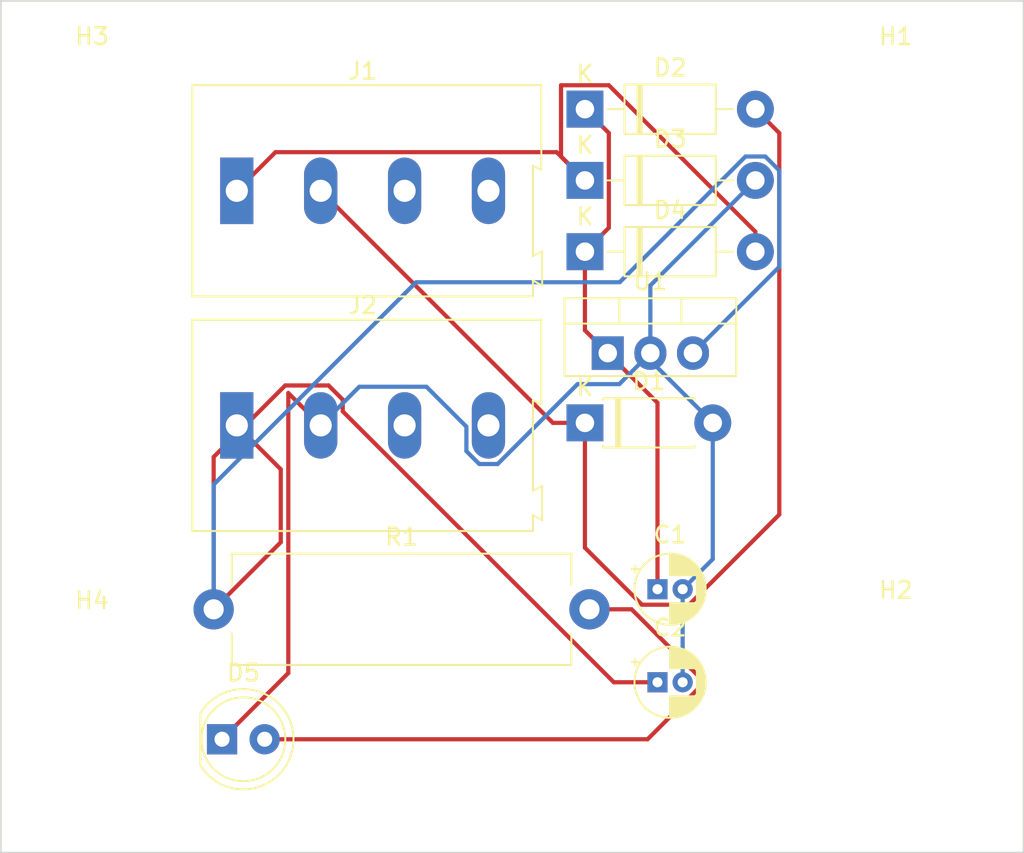
<source format=kicad_pcb>
(kicad_pcb (version 20221018) (generator pcbnew)
  (layers (0 "F.Cu" signal) (31 "B.Cu" signal) (34 "B.Paste" user) (35 "F.Paste" user) (36 "B.SilkS" user "B.Silkscreen") (37 "F.SilkS" user "F.Silkscreen") (38 "B.Mask" user) (39 "F.Mask" user) (44 "Edge.Cuts" user))
  (net 0 "")
  (net 1 "Net-(D2-K)")
  (net 2 "Net-(D1-A)")
  (net 3 "Net-(J2-Pin_1)")
  (net 4 "Net-(D1-K)")
  (net 5 "Net-(D3-K)")
  (net 6 "Net-(D5-A)")
  (footprint "LED_THT:LED_D5.0mm" (layer "F.Cu") (at 114.785199 97.38)
    (fp_text reference "D5" (at 1.27 -3.96) (layer "F.SilkS"))
    (fp_text value "LED")
    (fp_line (start -1.29 -1.545) (end -1.29 1.545) (stroke (width 0.12)) (layer "F.SilkS"))
    (fp_arc (start -1.29 -1.54483) (mid 2.072002 -2.880433) (end 4.26 0.000462) (stroke (width 0.12)) (layer "F.SilkS"))
    (fp_arc (start 4.26 -0.000462) (mid 2.072002 2.880433) (end -1.29 1.54483) (stroke (width 0.12)) (layer "F.SilkS"))
    (fp_circle (center 1.27 0) (end 3.77 0) (stroke (width 0.12)) (fill none) (layer "F.SilkS"))
    (pad "1" thru_hole rect (at 0 0) (size 1.8 1.8) (drill 0.9) (layers "*.Cu" "*.Mask") (net 2 "Net-(D1-A)"))
    (pad "2" thru_hole circle (at 2.54 0) (size 1.8 1.8) (drill 0.9) (layers "*.Cu" "*.Mask") (net 6 "Net-(D5-A)"))
  )
  (footprint "MountingHole:MountingHole_4.5mm" (layer "F.Cu") (at 107.035199 60.96)
    (fp_text reference "H3" (at 0 -5.5) (layer "F.SilkS"))
    (fp_text value "MountingHole")
    (pad "" np_thru_hole circle (at 0 0) (size 4.5 4.5) (drill 4.5) (layers "*.Cu" "*.Mask"))
  )
  (footprint "Diode_THT:D_DO-41_SOD81_P10.16mm_Horizontal" (layer "F.Cu") (at 136.415199 64.05)
    (fp_text reference "D3" (at 5.08 -2.47) (layer "F.SilkS"))
    (fp_text value "1N4007")
    (fp_text user "K" (at 0 -2.1) (layer "F.SilkS"))
    (fp_line (start 1.34 0) (end 2.36 0) (stroke (width 0.12)) (layer "F.SilkS"))
    (fp_line (start 2.36 -1.47) (end 2.36 1.47) (stroke (width 0.12)) (layer "F.SilkS"))
    (fp_line (start 2.36 1.47) (end 7.8 1.47) (stroke (width 0.12)) (layer "F.SilkS"))
    (fp_line (start 3.14 -1.47) (end 3.14 1.47) (stroke (width 0.12)) (layer "F.SilkS"))
    (fp_line (start 3.26 -1.47) (end 3.26 1.47) (stroke (width 0.12)) (layer "F.SilkS"))
    (fp_line (start 3.38 -1.47) (end 3.38 1.47) (stroke (width 0.12)) (layer "F.SilkS"))
    (fp_line (start 7.8 -1.47) (end 2.36 -1.47) (stroke (width 0.12)) (layer "F.SilkS"))
    (fp_line (start 7.8 1.47) (end 7.8 -1.47) (stroke (width 0.12)) (layer "F.SilkS"))
    (fp_line (start 8.82 0) (end 7.8 0) (stroke (width 0.12)) (layer "F.SilkS"))
    (pad "1" thru_hole rect (at 0 0) (size 2.2 2.2) (drill 1.1) (layers "*.Cu" "*.Mask") (net 5 "Net-(D3-K)"))
    (pad "2" thru_hole oval (at 10.16 0) (size 2.2 2.2) (drill 1.1) (layers "*.Cu" "*.Mask") (net 2 "Net-(D1-A)"))
  )
  (footprint "Capacitor_THT:CP_Radial_D4.0mm_P1.50mm" (layer "F.Cu") (at 140.74 88.43)
    (fp_text reference "C1" (at 0.75 -3.25) (layer "F.SilkS"))
    (fp_text value "470uF 25v")
    (fp_line (start -1.519801 -1.195) (end -1.119801 -1.195) (stroke (width 0.12)) (layer "F.SilkS"))
    (fp_line (start -1.319801 -1.395) (end -1.319801 -0.995) (stroke (width 0.12)) (layer "F.SilkS"))
    (fp_line (start 0.75 -2.08) (end 0.75 -0.84) (stroke (width 0.12)) (layer "F.SilkS"))
    (fp_line (start 0.75 0.84) (end 0.75 2.08) (stroke (width 0.12)) (layer "F.SilkS"))
    (fp_line (start 0.79 -2.08) (end 0.79 -0.84) (stroke (width 0.12)) (layer "F.SilkS"))
    (fp_line (start 0.79 0.84) (end 0.79 2.08) (stroke (width 0.12)) (layer "F.SilkS"))
    (fp_line (start 0.83 -2.079) (end 0.83 -0.84) (stroke (width 0.12)) (layer "F.SilkS"))
    (fp_line (start 0.83 0.84) (end 0.83 2.079) (stroke (width 0.12)) (layer "F.SilkS"))
    (fp_line (start 0.87 -2.077) (end 0.87 -0.84) (stroke (width 0.12)) (layer "F.SilkS"))
    (fp_line (start 0.87 0.84) (end 0.87 2.077) (stroke (width 0.12)) (layer "F.SilkS"))
    (fp_line (start 0.91 -2.074) (end 0.91 -0.84) (stroke (width 0.12)) (layer "F.SilkS"))
    (fp_line (start 0.91 0.84) (end 0.91 2.074) (stroke (width 0.12)) (layer "F.SilkS"))
    (fp_line (start 0.95 -2.071) (end 0.95 -0.84) (stroke (width 0.12)) (layer "F.SilkS"))
    (fp_line (start 0.95 0.84) (end 0.95 2.071) (stroke (width 0.12)) (layer "F.SilkS"))
    (fp_line (start 0.99 -2.067) (end 0.99 -0.84) (stroke (width 0.12)) (layer "F.SilkS"))
    (fp_line (start 0.99 0.84) (end 0.99 2.067) (stroke (width 0.12)) (layer "F.SilkS"))
    (fp_line (start 1.03 -2.062) (end 1.03 -0.84) (stroke (width 0.12)) (layer "F.SilkS"))
    (fp_line (start 1.03 0.84) (end 1.03 2.062) (stroke (width 0.12)) (layer "F.SilkS"))
    (fp_line (start 1.07 -2.056) (end 1.07 -0.84) (stroke (width 0.12)) (layer "F.SilkS"))
    (fp_line (start 1.07 0.84) (end 1.07 2.056) (stroke (width 0.12)) (layer "F.SilkS"))
    (fp_line (start 1.11 -2.05) (end 1.11 -0.84) (stroke (width 0.12)) (layer "F.SilkS"))
    (fp_line (start 1.11 0.84) (end 1.11 2.05) (stroke (width 0.12)) (layer "F.SilkS"))
    (fp_line (start 1.15 -2.042) (end 1.15 -0.84) (stroke (width 0.12)) (layer "F.SilkS"))
    (fp_line (start 1.15 0.84) (end 1.15 2.042) (stroke (width 0.12)) (layer "F.SilkS"))
    (fp_line (start 1.19 -2.034) (end 1.19 -0.84) (stroke (width 0.12)) (layer "F.SilkS"))
    (fp_line (start 1.19 0.84) (end 1.19 2.034) (stroke (width 0.12)) (layer "F.SilkS"))
    (fp_line (start 1.23 -2.025) (end 1.23 -0.84) (stroke (width 0.12)) (layer "F.SilkS"))
    (fp_line (start 1.23 0.84) (end 1.23 2.025) (stroke (width 0.12)) (layer "F.SilkS"))
    (fp_line (start 1.27 -2.016) (end 1.27 -0.84) (stroke (width 0.12)) (layer "F.SilkS"))
    (fp_line (start 1.27 0.84) (end 1.27 2.016) (stroke (width 0.12)) (layer "F.SilkS"))
    (fp_line (start 1.31 -2.005) (end 1.31 -0.84) (stroke (width 0.12)) (layer "F.SilkS"))
    (fp_line (start 1.31 0.84) (end 1.31 2.005) (stroke (width 0.12)) (layer "F.SilkS"))
    (fp_line (start 1.35 -1.994) (end 1.35 -0.84) (stroke (width 0.12)) (layer "F.SilkS"))
    (fp_line (start 1.35 0.84) (end 1.35 1.994) (stroke (width 0.12)) (layer "F.SilkS"))
    (fp_line (start 1.39 -1.982) (end 1.39 -0.84) (stroke (width 0.12)) (layer "F.SilkS"))
    (fp_line (start 1.39 0.84) (end 1.39 1.982) (stroke (width 0.12)) (layer "F.SilkS"))
    (fp_line (start 1.43 -1.968) (end 1.43 -0.84) (stroke (width 0.12)) (layer "F.SilkS"))
    (fp_line (start 1.43 0.84) (end 1.43 1.968) (stroke (width 0.12)) (layer "F.SilkS"))
    (fp_line (start 1.471 -1.954) (end 1.471 -0.84) (stroke (width 0.12)) (layer "F.SilkS"))
    (fp_line (start 1.471 0.84) (end 1.471 1.954) (stroke (width 0.12)) (layer "F.SilkS"))
    (fp_line (start 1.511 -1.94) (end 1.511 -0.84) (stroke (width 0.12)) (layer "F.SilkS"))
    (fp_line (start 1.511 0.84) (end 1.511 1.94) (stroke (width 0.12)) (layer "F.SilkS"))
    (fp_line (start 1.551 -1.924) (end 1.551 -0.84) (stroke (width 0.12)) (layer "F.SilkS"))
    (fp_line (start 1.551 0.84) (end 1.551 1.924) (stroke (width 0.12)) (layer "F.SilkS"))
    (fp_line (start 1.591 -1.907) (end 1.591 -0.84) (stroke (width 0.12)) (layer "F.SilkS"))
    (fp_line (start 1.591 0.84) (end 1.591 1.907) (stroke (width 0.12)) (layer "F.SilkS"))
    (fp_line (start 1.631 -1.889) (end 1.631 -0.84) (stroke (width 0.12)) (layer "F.SilkS"))
    (fp_line (start 1.631 0.84) (end 1.631 1.889) (stroke (width 0.12)) (layer "F.SilkS"))
    (fp_line (start 1.671 -1.87) (end 1.671 -0.84) (stroke (width 0.12)) (layer "F.SilkS"))
    (fp_line (start 1.671 0.84) (end 1.671 1.87) (stroke (width 0.12)) (layer "F.SilkS"))
    (fp_line (start 1.711 -1.851) (end 1.711 -0.84) (stroke (width 0.12)) (layer "F.SilkS"))
    (fp_line (start 1.711 0.84) (end 1.711 1.851) (stroke (width 0.12)) (layer "F.SilkS"))
    (fp_line (start 1.751 -1.83) (end 1.751 -0.84) (stroke (width 0.12)) (layer "F.SilkS"))
    (fp_line (start 1.751 0.84) (end 1.751 1.83) (stroke (width 0.12)) (layer "F.SilkS"))
    (fp_line (start 1.791 -1.808) (end 1.791 -0.84) (stroke (width 0.12)) (layer "F.SilkS"))
    (fp_line (start 1.791 0.84) (end 1.791 1.808) (stroke (width 0.12)) (layer "F.SilkS"))
    (fp_line (start 1.831 -1.785) (end 1.831 -0.84) (stroke (width 0.12)) (layer "F.SilkS"))
    (fp_line (start 1.831 0.84) (end 1.831 1.785) (stroke (width 0.12)) (layer "F.SilkS"))
    (fp_line (start 1.871 -1.76) (end 1.871 -0.84) (stroke (width 0.12)) (layer "F.SilkS"))
    (fp_line (start 1.871 0.84) (end 1.871 1.76) (stroke (width 0.12)) (layer "F.SilkS"))
    (fp_line (start 1.911 -1.735) (end 1.911 -0.84) (stroke (width 0.12)) (layer "F.SilkS"))
    (fp_line (start 1.911 0.84) (end 1.911 1.735) (stroke (width 0.12)) (layer "F.SilkS"))
    (fp_line (start 1.951 -1.708) (end 1.951 -0.84) (stroke (width 0.12)) (layer "F.SilkS"))
    (fp_line (start 1.951 0.84) (end 1.951 1.708) (stroke (width 0.12)) (layer "F.SilkS"))
    (fp_line (start 1.991 -1.68) (end 1.991 -0.84) (stroke (width 0.12)) (layer "F.SilkS"))
    (fp_line (start 1.991 0.84) (end 1.991 1.68) (stroke (width 0.12)) (layer "F.SilkS"))
    (fp_line (start 2.031 -1.65) (end 2.031 -0.84) (stroke (width 0.12)) (layer "F.SilkS"))
    (fp_line (start 2.031 0.84) (end 2.031 1.65) (stroke (width 0.12)) (layer "F.SilkS"))
    (fp_line (start 2.071 -1.619) (end 2.071 -0.84) (stroke (width 0.12)) (layer "F.SilkS"))
    (fp_line (start 2.071 0.84) (end 2.071 1.619) (stroke (width 0.12)) (layer "F.SilkS"))
    (fp_line (start 2.111 -1.587) (end 2.111 -0.84) (stroke (width 0.12)) (layer "F.SilkS"))
    (fp_line (start 2.111 0.84) (end 2.111 1.587) (stroke (width 0.12)) (layer "F.SilkS"))
    (fp_line (start 2.151 -1.552) (end 2.151 -0.84) (stroke (width 0.12)) (layer "F.SilkS"))
    (fp_line (start 2.151 0.84) (end 2.151 1.552) (stroke (width 0.12)) (layer "F.SilkS"))
    (fp_line (start 2.191 -1.516) (end 2.191 -0.84) (stroke (width 0.12)) (layer "F.SilkS"))
    (fp_line (start 2.191 0.84) (end 2.191 1.516) (stroke (width 0.12)) (layer "F.SilkS"))
    (fp_line (start 2.231 -1.478) (end 2.231 -0.84) (stroke (width 0.12)) (layer "F.SilkS"))
    (fp_line (start 2.231 0.84) (end 2.231 1.478) (stroke (width 0.12)) (layer "F.SilkS"))
    (fp_line (start 2.271 -1.438) (end 2.271 -0.84) (stroke (width 0.12)) (layer "F.SilkS"))
    (fp_line (start 2.271 0.84) (end 2.271 1.438) (stroke (width 0.12)) (layer "F.SilkS"))
    (fp_line (start 2.311 -1.396) (end 2.311 -0.84) (stroke (width 0.12)) (layer "F.SilkS"))
    (fp_line (start 2.311 0.84) (end 2.311 1.396) (stroke (width 0.12)) (layer "F.SilkS"))
    (fp_line (start 2.351 -1.351) (end 2.351 1.351) (stroke (width 0.12)) (layer "F.SilkS"))
    (fp_line (start 2.391 -1.304) (end 2.391 1.304) (stroke (width 0.12)) (layer "F.SilkS"))
    (fp_line (start 2.431 -1.254) (end 2.431 1.254) (stroke (width 0.12)) (layer "F.SilkS"))
    (fp_line (start 2.471 -1.2) (end 2.471 1.2) (stroke (width 0.12)) (layer "F.SilkS"))
    (fp_line (start 2.511 -1.142) (end 2.511 1.142) (stroke (width 0.12)) (layer "F.SilkS"))
    (fp_line (start 2.551 -1.08) (end 2.551 1.08) (stroke (width 0.12)) (layer "F.SilkS"))
    (fp_line (start 2.591 -1.013) (end 2.591 1.013) (stroke (width 0.12)) (layer "F.SilkS"))
    (fp_line (start 2.631 -0.94) (end 2.631 0.94) (stroke (width 0.12)) (layer "F.SilkS"))
    (fp_line (start 2.671 -0.859) (end 2.671 0.859) (stroke (width 0.12)) (layer "F.SilkS"))
    (fp_line (start 2.711 -0.768) (end 2.711 0.768) (stroke (width 0.12)) (layer "F.SilkS"))
    (fp_line (start 2.751 -0.664) (end 2.751 0.664) (stroke (width 0.12)) (layer "F.SilkS"))
    (fp_line (start 2.791 -0.537) (end 2.791 0.537) (stroke (width 0.12)) (layer "F.SilkS"))
    (fp_line (start 2.831 -0.37) (end 2.831 0.37) (stroke (width 0.12)) (layer "F.SilkS"))
    (fp_circle (center 0.75 0) (end 2.87 0) (stroke (width 0.12)) (fill none) (layer "F.SilkS"))
    (pad "1" thru_hole rect (at 0 0) (size 1.2 1.2) (drill 0.6) (layers "*.Cu" "*.Mask") (net 1 "Net-(D2-K)"))
    (pad "2" thru_hole circle (at 1.5 0) (size 1.2 1.2) (drill 0.6) (layers "*.Cu" "*.Mask") (net 2 "Net-(D1-A)"))
  )
  (footprint "Package_TO_SOT_THT:TO-220-3_Vertical" (layer "F.Cu") (at 137.775199 74.35)
    (fp_text reference "U1" (at 2.54 -4.27) (layer "F.SilkS"))
    (fp_text value "LM7805_TO220")
    (fp_line (start -2.58 -3.27) (end -2.58 1.371) (stroke (width 0.12)) (layer "F.SilkS"))
    (fp_line (start -2.58 -3.27) (end 7.66 -3.27) (stroke (width 0.12)) (layer "F.SilkS"))
    (fp_line (start -2.58 -1.76) (end 7.66 -1.76) (stroke (width 0.12)) (layer "F.SilkS"))
    (fp_line (start -2.58 1.371) (end 7.66 1.371) (stroke (width 0.12)) (layer "F.SilkS"))
    (fp_line (start 0.69 -3.27) (end 0.69 -1.76) (stroke (width 0.12)) (layer "F.SilkS"))
    (fp_line (start 4.391 -3.27) (end 4.391 -1.76) (stroke (width 0.12)) (layer "F.SilkS"))
    (fp_line (start 7.66 -3.27) (end 7.66 1.371) (stroke (width 0.12)) (layer "F.SilkS"))
    (pad "1" thru_hole rect (at 0 0) (size 1.905 2) (drill 1.1) (layers "*.Cu" "*.Mask") (net 1 "Net-(D2-K)"))
    (pad "2" thru_hole oval (at 2.54 0) (size 1.905 2) (drill 1.1) (layers "*.Cu" "*.Mask") (net 2 "Net-(D1-A)"))
    (pad "3" thru_hole oval (at 5.08 0) (size 1.905 2) (drill 1.1) (layers "*.Cu" "*.Mask") (net 3 "Net-(J2-Pin_1)"))
  )
  (footprint "MountingHole:MountingHole_4.5mm" (layer "F.Cu") (at 154.94 93.98)
    (fp_text reference "H2" (at 0 -5.5) (layer "F.SilkS"))
    (fp_text value "MountingHole")
    (pad "" np_thru_hole circle (at 0 0) (size 4.5 4.5) (drill 4.5) (layers "*.Cu" "*.Mask"))
  )
  (footprint "Diode_THT:D_DO-41_SOD81_P10.16mm_Horizontal" (layer "F.Cu") (at 136.415199 59.8)
    (fp_text reference "D2" (at 5.08 -2.47) (layer "F.SilkS"))
    (fp_text value "1N4007")
    (fp_text user "K" (at 0 -2.1) (layer "F.SilkS"))
    (fp_line (start 1.34 0) (end 2.36 0) (stroke (width 0.12)) (layer "F.SilkS"))
    (fp_line (start 2.36 -1.47) (end 2.36 1.47) (stroke (width 0.12)) (layer "F.SilkS"))
    (fp_line (start 2.36 1.47) (end 7.8 1.47) (stroke (width 0.12)) (layer "F.SilkS"))
    (fp_line (start 3.14 -1.47) (end 3.14 1.47) (stroke (width 0.12)) (layer "F.SilkS"))
    (fp_line (start 3.26 -1.47) (end 3.26 1.47) (stroke (width 0.12)) (layer "F.SilkS"))
    (fp_line (start 3.38 -1.47) (end 3.38 1.47) (stroke (width 0.12)) (layer "F.SilkS"))
    (fp_line (start 7.8 -1.47) (end 2.36 -1.47) (stroke (width 0.12)) (layer "F.SilkS"))
    (fp_line (start 7.8 1.47) (end 7.8 -1.47) (stroke (width 0.12)) (layer "F.SilkS"))
    (fp_line (start 8.82 0) (end 7.8 0) (stroke (width 0.12)) (layer "F.SilkS"))
    (pad "1" thru_hole rect (at 0 0) (size 2.2 2.2) (drill 1.1) (layers "*.Cu" "*.Mask") (net 1 "Net-(D2-K)"))
    (pad "2" thru_hole oval (at 10.16 0) (size 2.2 2.2) (drill 1.1) (layers "*.Cu" "*.Mask") (net 4 "Net-(D1-K)"))
  )
  (footprint "MountingHole:MountingHole_4.5mm" (layer "F.Cu") (at 154.94 60.96)
    (fp_text reference "H1" (at 0 -5.5) (layer "F.SilkS"))
    (fp_text value "MountingHole")
    (pad "" np_thru_hole circle (at 0 0) (size 4.5 4.5) (drill 4.5) (layers "*.Cu" "*.Mask"))
  )
  (footprint "MountingHole:MountingHole_4.5mm" (layer "F.Cu") (at 107.035199 94.6)
    (fp_text reference "H4" (at 0 -5.5) (layer "F.SilkS"))
    (fp_text value "MountingHole")
    (pad "" np_thru_hole circle (at 0 0) (size 4.5 4.5) (drill 4.5) (layers "*.Cu" "*.Mask"))
  )
  (footprint "Diode_THT:D_DO-41_SOD81_P10.16mm_Horizontal" (layer "F.Cu") (at 136.415199 68.3)
    (fp_text reference "D4" (at 5.08 -2.47) (layer "F.SilkS"))
    (fp_text value "1N4007")
    (fp_text user "K" (at 0 -2.1) (layer "F.SilkS"))
    (fp_line (start 1.34 0) (end 2.36 0) (stroke (width 0.12)) (layer "F.SilkS"))
    (fp_line (start 2.36 -1.47) (end 2.36 1.47) (stroke (width 0.12)) (layer "F.SilkS"))
    (fp_line (start 2.36 1.47) (end 7.8 1.47) (stroke (width 0.12)) (layer "F.SilkS"))
    (fp_line (start 3.14 -1.47) (end 3.14 1.47) (stroke (width 0.12)) (layer "F.SilkS"))
    (fp_line (start 3.26 -1.47) (end 3.26 1.47) (stroke (width 0.12)) (layer "F.SilkS"))
    (fp_line (start 3.38 -1.47) (end 3.38 1.47) (stroke (width 0.12)) (layer "F.SilkS"))
    (fp_line (start 7.8 -1.47) (end 2.36 -1.47) (stroke (width 0.12)) (layer "F.SilkS"))
    (fp_line (start 7.8 1.47) (end 7.8 -1.47) (stroke (width 0.12)) (layer "F.SilkS"))
    (fp_line (start 8.82 0) (end 7.8 0) (stroke (width 0.12)) (layer "F.SilkS"))
    (pad "1" thru_hole rect (at 0 0) (size 2.2 2.2) (drill 1.1) (layers "*.Cu" "*.Mask") (net 1 "Net-(D2-K)"))
    (pad "2" thru_hole oval (at 10.16 0) (size 2.2 2.2) (drill 1.1) (layers "*.Cu" "*.Mask") (net 5 "Net-(D3-K)"))
  )
  (footprint "Capacitor_THT:CP_Radial_D4.0mm_P1.50mm" (layer "F.Cu") (at 140.74 93.98)
    (fp_text reference "C2" (at 0.75 -3.25) (layer "F.SilkS"))
    (fp_text value "100uF")
    (fp_line (start -1.519801 -1.195) (end -1.119801 -1.195) (stroke (width 0.12)) (layer "F.SilkS"))
    (fp_line (start -1.319801 -1.395) (end -1.319801 -0.995) (stroke (width 0.12)) (layer "F.SilkS"))
    (fp_line (start 0.75 -2.08) (end 0.75 -0.84) (stroke (width 0.12)) (layer "F.SilkS"))
    (fp_line (start 0.75 0.84) (end 0.75 2.08) (stroke (width 0.12)) (layer "F.SilkS"))
    (fp_line (start 0.79 -2.08) (end 0.79 -0.84) (stroke (width 0.12)) (layer "F.SilkS"))
    (fp_line (start 0.79 0.84) (end 0.79 2.08) (stroke (width 0.12)) (layer "F.SilkS"))
    (fp_line (start 0.83 -2.079) (end 0.83 -0.84) (stroke (width 0.12)) (layer "F.SilkS"))
    (fp_line (start 0.83 0.84) (end 0.83 2.079) (stroke (width 0.12)) (layer "F.SilkS"))
    (fp_line (start 0.87 -2.077) (end 0.87 -0.84) (stroke (width 0.12)) (layer "F.SilkS"))
    (fp_line (start 0.87 0.84) (end 0.87 2.077) (stroke (width 0.12)) (layer "F.SilkS"))
    (fp_line (start 0.91 -2.074) (end 0.91 -0.84) (stroke (width 0.12)) (layer "F.SilkS"))
    (fp_line (start 0.91 0.84) (end 0.91 2.074) (stroke (width 0.12)) (layer "F.SilkS"))
    (fp_line (start 0.95 -2.071) (end 0.95 -0.84) (stroke (width 0.12)) (layer "F.SilkS"))
    (fp_line (start 0.95 0.84) (end 0.95 2.071) (stroke (width 0.12)) (layer "F.SilkS"))
    (fp_line (start 0.99 -2.067) (end 0.99 -0.84) (stroke (width 0.12)) (layer "F.SilkS"))
    (fp_line (start 0.99 0.84) (end 0.99 2.067) (stroke (width 0.12)) (layer "F.SilkS"))
    (fp_line (start 1.03 -2.062) (end 1.03 -0.84) (stroke (width 0.12)) (layer "F.SilkS"))
    (fp_line (start 1.03 0.84) (end 1.03 2.062) (stroke (width 0.12)) (layer "F.SilkS"))
    (fp_line (start 1.07 -2.056) (end 1.07 -0.84) (stroke (width 0.12)) (layer "F.SilkS"))
    (fp_line (start 1.07 0.84) (end 1.07 2.056) (stroke (width 0.12)) (layer "F.SilkS"))
    (fp_line (start 1.11 -2.05) (end 1.11 -0.84) (stroke (width 0.12)) (layer "F.SilkS"))
    (fp_line (start 1.11 0.84) (end 1.11 2.05) (stroke (width 0.12)) (layer "F.SilkS"))
    (fp_line (start 1.15 -2.042) (end 1.15 -0.84) (stroke (width 0.12)) (layer "F.SilkS"))
    (fp_line (start 1.15 0.84) (end 1.15 2.042) (stroke (width 0.12)) (layer "F.SilkS"))
    (fp_line (start 1.19 -2.034) (end 1.19 -0.84) (stroke (width 0.12)) (layer "F.SilkS"))
    (fp_line (start 1.19 0.84) (end 1.19 2.034) (stroke (width 0.12)) (layer "F.SilkS"))
    (fp_line (start 1.23 -2.025) (end 1.23 -0.84) (stroke (width 0.12)) (layer "F.SilkS"))
    (fp_line (start 1.23 0.84) (end 1.23 2.025) (stroke (width 0.12)) (layer "F.SilkS"))
    (fp_line (start 1.27 -2.016) (end 1.27 -0.84) (stroke (width 0.12)) (layer "F.SilkS"))
    (fp_line (start 1.27 0.84) (end 1.27 2.016) (stroke (width 0.12)) (layer "F.SilkS"))
    (fp_line (start 1.31 -2.005) (end 1.31 -0.84) (stroke (width 0.12)) (layer "F.SilkS"))
    (fp_line (start 1.31 0.84) (end 1.31 2.005) (stroke (width 0.12)) (layer "F.SilkS"))
    (fp_line (start 1.35 -1.994) (end 1.35 -0.84) (stroke (width 0.12)) (layer "F.SilkS"))
    (fp_line (start 1.35 0.84) (end 1.35 1.994) (stroke (width 0.12)) (layer "F.SilkS"))
    (fp_line (start 1.39 -1.982) (end 1.39 -0.84) (stroke (width 0.12)) (layer "F.SilkS"))
    (fp_line (start 1.39 0.84) (end 1.39 1.982) (stroke (width 0.12)) (layer "F.SilkS"))
    (fp_line (start 1.43 -1.968) (end 1.43 -0.84) (stroke (width 0.12)) (layer "F.SilkS"))
    (fp_line (start 1.43 0.84) (end 1.43 1.968) (stroke (width 0.12)) (layer "F.SilkS"))
    (fp_line (start 1.471 -1.954) (end 1.471 -0.84) (stroke (width 0.12)) (layer "F.SilkS"))
    (fp_line (start 1.471 0.84) (end 1.471 1.954) (stroke (width 0.12)) (layer "F.SilkS"))
    (fp_line (start 1.511 -1.94) (end 1.511 -0.84) (stroke (width 0.12)) (layer "F.SilkS"))
    (fp_line (start 1.511 0.84) (end 1.511 1.94) (stroke (width 0.12)) (layer "F.SilkS"))
    (fp_line (start 1.551 -1.924) (end 1.551 -0.84) (stroke (width 0.12)) (layer "F.SilkS"))
    (fp_line (start 1.551 0.84) (end 1.551 1.924) (stroke (width 0.12)) (layer "F.SilkS"))
    (fp_line (start 1.591 -1.907) (end 1.591 -0.84) (stroke (width 0.12)) (layer "F.SilkS"))
    (fp_line (start 1.591 0.84) (end 1.591 1.907) (stroke (width 0.12)) (layer "F.SilkS"))
    (fp_line (start 1.631 -1.889) (end 1.631 -0.84) (stroke (width 0.12)) (layer "F.SilkS"))
    (fp_line (start 1.631 0.84) (end 1.631 1.889) (stroke (width 0.12)) (layer "F.SilkS"))
    (fp_line (start 1.671 -1.87) (end 1.671 -0.84) (stroke (width 0.12)) (layer "F.SilkS"))
    (fp_line (start 1.671 0.84) (end 1.671 1.87) (stroke (width 0.12)) (layer "F.SilkS"))
    (fp_line (start 1.711 -1.851) (end 1.711 -0.84) (stroke (width 0.12)) (layer "F.SilkS"))
    (fp_line (start 1.711 0.84) (end 1.711 1.851) (stroke (width 0.12)) (layer "F.SilkS"))
    (fp_line (start 1.751 -1.83) (end 1.751 -0.84) (stroke (width 0.12)) (layer "F.SilkS"))
    (fp_line (start 1.751 0.84) (end 1.751 1.83) (stroke (width 0.12)) (layer "F.SilkS"))
    (fp_line (start 1.791 -1.808) (end 1.791 -0.84) (stroke (width 0.12)) (layer "F.SilkS"))
    (fp_line (start 1.791 0.84) (end 1.791 1.808) (stroke (width 0.12)) (layer "F.SilkS"))
    (fp_line (start 1.831 -1.785) (end 1.831 -0.84) (stroke (width 0.12)) (layer "F.SilkS"))
    (fp_line (start 1.831 0.84) (end 1.831 1.785) (stroke (width 0.12)) (layer "F.SilkS"))
    (fp_line (start 1.871 -1.76) (end 1.871 -0.84) (stroke (width 0.12)) (layer "F.SilkS"))
    (fp_line (start 1.871 0.84) (end 1.871 1.76) (stroke (width 0.12)) (layer "F.SilkS"))
    (fp_line (start 1.911 -1.735) (end 1.911 -0.84) (stroke (width 0.12)) (layer "F.SilkS"))
    (fp_line (start 1.911 0.84) (end 1.911 1.735) (stroke (width 0.12)) (layer "F.SilkS"))
    (fp_line (start 1.951 -1.708) (end 1.951 -0.84) (stroke (width 0.12)) (layer "F.SilkS"))
    (fp_line (start 1.951 0.84) (end 1.951 1.708) (stroke (width 0.12)) (layer "F.SilkS"))
    (fp_line (start 1.991 -1.68) (end 1.991 -0.84) (stroke (width 0.12)) (layer "F.SilkS"))
    (fp_line (start 1.991 0.84) (end 1.991 1.68) (stroke (width 0.12)) (layer "F.SilkS"))
    (fp_line (start 2.031 -1.65) (end 2.031 -0.84) (stroke (width 0.12)) (layer "F.SilkS"))
    (fp_line (start 2.031 0.84) (end 2.031 1.65) (stroke (width 0.12)) (layer "F.SilkS"))
    (fp_line (start 2.071 -1.619) (end 2.071 -0.84) (stroke (width 0.12)) (layer "F.SilkS"))
    (fp_line (start 2.071 0.84) (end 2.071 1.619) (stroke (width 0.12)) (layer "F.SilkS"))
    (fp_line (start 2.111 -1.587) (end 2.111 -0.84) (stroke (width 0.12)) (layer "F.SilkS"))
    (fp_line (start 2.111 0.84) (end 2.111 1.587) (stroke (width 0.12)) (layer "F.SilkS"))
    (fp_line (start 2.151 -1.552) (end 2.151 -0.84) (stroke (width 0.12)) (layer "F.SilkS"))
    (fp_line (start 2.151 0.84) (end 2.151 1.552) (stroke (width 0.12)) (layer "F.SilkS"))
    (fp_line (start 2.191 -1.516) (end 2.191 -0.84) (stroke (width 0.12)) (layer "F.SilkS"))
    (fp_line (start 2.191 0.84) (end 2.191 1.516) (stroke (width 0.12)) (layer "F.SilkS"))
    (fp_line (start 2.231 -1.478) (end 2.231 -0.84) (stroke (width 0.12)) (layer "F.SilkS"))
    (fp_line (start 2.231 0.84) (end 2.231 1.478) (stroke (width 0.12)) (layer "F.SilkS"))
    (fp_line (start 2.271 -1.438) (end 2.271 -0.84) (stroke (width 0.12)) (layer "F.SilkS"))
    (fp_line (start 2.271 0.84) (end 2.271 1.438) (stroke (width 0.12)) (layer "F.SilkS"))
    (fp_line (start 2.311 -1.396) (end 2.311 -0.84) (stroke (width 0.12)) (layer "F.SilkS"))
    (fp_line (start 2.311 0.84) (end 2.311 1.396) (stroke (width 0.12)) (layer "F.SilkS"))
    (fp_line (start 2.351 -1.351) (end 2.351 1.351) (stroke (width 0.12)) (layer "F.SilkS"))
    (fp_line (start 2.391 -1.304) (end 2.391 1.304) (stroke (width 0.12)) (layer "F.SilkS"))
    (fp_line (start 2.431 -1.254) (end 2.431 1.254) (stroke (width 0.12)) (layer "F.SilkS"))
    (fp_line (start 2.471 -1.2) (end 2.471 1.2) (stroke (width 0.12)) (layer "F.SilkS"))
    (fp_line (start 2.511 -1.142) (end 2.511 1.142) (stroke (width 0.12)) (layer "F.SilkS"))
    (fp_line (start 2.551 -1.08) (end 2.551 1.08) (stroke (width 0.12)) (layer "F.SilkS"))
    (fp_line (start 2.591 -1.013) (end 2.591 1.013) (stroke (width 0.12)) (layer "F.SilkS"))
    (fp_line (start 2.631 -0.94) (end 2.631 0.94) (stroke (width 0.12)) (layer "F.SilkS"))
    (fp_line (start 2.671 -0.859) (end 2.671 0.859) (stroke (width 0.12)) (layer "F.SilkS"))
    (fp_line (start 2.711 -0.768) (end 2.711 0.768) (stroke (width 0.12)) (layer "F.SilkS"))
    (fp_line (start 2.751 -0.664) (end 2.751 0.664) (stroke (width 0.12)) (layer "F.SilkS"))
    (fp_line (start 2.791 -0.537) (end 2.791 0.537) (stroke (width 0.12)) (layer "F.SilkS"))
    (fp_line (start 2.831 -0.37) (end 2.831 0.37) (stroke (width 0.12)) (layer "F.SilkS"))
    (fp_circle (center 0.75 0) (end 2.87 0) (stroke (width 0.12)) (fill none) (layer "F.SilkS"))
    (pad "1" thru_hole rect (at 0 0) (size 1.2 1.2) (drill 0.6) (layers "*.Cu" "*.Mask") (net 3 "Net-(J2-Pin_1)"))
    (pad "2" thru_hole circle (at 1.5 0) (size 1.2 1.2) (drill 0.6) (layers "*.Cu" "*.Mask") (net 2 "Net-(D1-A)"))
  )
  (footprint "Resistor_THT:R_Axial_Power_L20.0mm_W6.4mm_P22.40mm" (layer "F.Cu") (at 114.285199 89.63)
    (fp_text reference "R1" (at 11.2 -4.32) (layer "F.SilkS"))
    (fp_text value "1k")
    (fp_line (start 1.08 -3.32) (end 21.32 -3.32) (stroke (width 0.12)) (layer "F.SilkS"))
    (fp_line (start 1.08 -1.44) (end 1.08 -3.32) (stroke (width 0.12)) (layer "F.SilkS"))
    (fp_line (start 1.08 1.44) (end 1.08 3.32) (stroke (width 0.12)) (layer "F.SilkS"))
    (fp_line (start 1.08 3.32) (end 21.32 3.32) (stroke (width 0.12)) (layer "F.SilkS"))
    (fp_line (start 21.32 -3.32) (end 21.32 -1.44) (stroke (width 0.12)) (layer "F.SilkS"))
    (fp_line (start 21.32 3.32) (end 21.32 1.44) (stroke (width 0.12)) (layer "F.SilkS"))
    (pad "1" thru_hole circle (at 0 0) (size 2.4 2.4) (drill 1.2) (layers "*.Cu" "*.Mask") (net 3 "Net-(J2-Pin_1)"))
    (pad "2" thru_hole oval (at 22.4 0) (size 2.4 2.4) (drill 1.2) (layers "*.Cu" "*.Mask") (net 6 "Net-(D5-A)"))
  )
  (footprint "TerminalBlock:TerminalBlock_Altech_AK300-4_P5.00mm" (layer "F.Cu") (at 115.665199 78.66)
    (fp_text reference "J2" (at 7.5 -7.15) (layer "F.SilkS"))
    (fp_text value "Screw_Terminal_01x02")
    (fp_line (start -2.65 -6.3) (end 18.15 -6.3) (stroke (width 0.12)) (layer "F.SilkS"))
    (fp_line (start -2.65 6.3) (end -2.65 -6.3) (stroke (width 0.12)) (layer "F.SilkS"))
    (fp_line (start 17.65 -1.5) (end 17.65 3.9) (stroke (width 0.12)) (layer "F.SilkS"))
    (fp_line (start 17.65 3.9) (end 18.2 3.6) (stroke (width 0.12)) (layer "F.SilkS"))
    (fp_line (start 17.65 5.35) (end 17.65 6.3) (stroke (width 0.12)) (layer "F.SilkS"))
    (fp_line (start 17.65 6.3) (end -2.65 6.3) (stroke (width 0.12)) (layer "F.SilkS"))
    (fp_line (start 18.15 -6.3) (end 18.15 -1.25) (stroke (width 0.12)) (layer "F.SilkS"))
    (fp_line (start 18.15 -1.25) (end 17.65 -1.5) (stroke (width 0.12)) (layer "F.SilkS"))
    (fp_line (start 18.2 3.6) (end 18.2 5.65) (stroke (width 0.12)) (layer "F.SilkS"))
    (fp_line (start 18.2 5.65) (end 17.65 5.35) (stroke (width 0.12)) (layer "F.SilkS"))
    (pad "1" thru_hole rect (at 0 0) (size 1.98 3.96) (drill 1.32) (layers "*.Cu" "*.Mask") (net 3 "Net-(J2-Pin_1)"))
    (pad "2" thru_hole oval (at 5 0) (size 1.98 3.96) (drill 1.32) (layers "*.Cu" "*.Mask") (net 2 "Net-(D1-A)"))
    (pad "3" thru_hole oval (at 10 0) (size 1.98 3.96) (drill 1.32) (layers "*.Cu" "*.Mask"))
    (pad "4" thru_hole oval (at 15 0) (size 1.98 3.96) (drill 1.32) (layers "*.Cu" "*.Mask"))
  )
  (footprint "Diode_THT:D_DO-41_SOD81_P7.62mm_Horizontal" (layer "F.Cu") (at 136.415199 78.51)
    (fp_text reference "D1" (at 3.81 -2.47) (layer "F.SilkS"))
    (fp_text value "1N4007")
    (fp_text user "K" (at 0 -2.1) (layer "F.SilkS"))
    (fp_line (start 1.09 -1.47) (end 6.53 -1.47) (stroke (width 0.12)) (layer "F.SilkS"))
    (fp_line (start 1.09 -1.34) (end 1.09 -1.47) (stroke (width 0.12)) (layer "F.SilkS"))
    (fp_line (start 1.09 1.34) (end 1.09 1.47) (stroke (width 0.12)) (layer "F.SilkS"))
    (fp_line (start 1.09 1.47) (end 6.53 1.47) (stroke (width 0.12)) (layer "F.SilkS"))
    (fp_line (start 1.87 -1.47) (end 1.87 1.47) (stroke (width 0.12)) (layer "F.SilkS"))
    (fp_line (start 1.99 -1.47) (end 1.99 1.47) (stroke (width 0.12)) (layer "F.SilkS"))
    (fp_line (start 2.11 -1.47) (end 2.11 1.47) (stroke (width 0.12)) (layer "F.SilkS"))
    (fp_line (start 6.53 -1.47) (end 6.53 -1.34) (stroke (width 0.12)) (layer "F.SilkS"))
    (fp_line (start 6.53 1.47) (end 6.53 1.34) (stroke (width 0.12)) (layer "F.SilkS"))
    (pad "1" thru_hole rect (at 0 0) (size 2.2 2.2) (drill 1.1) (layers "*.Cu" "*.Mask") (net 4 "Net-(D1-K)"))
    (pad "2" thru_hole oval (at 7.62 0) (size 2.2 2.2) (drill 1.1) (layers "*.Cu" "*.Mask") (net 2 "Net-(D1-A)"))
  )
  (footprint "TerminalBlock:TerminalBlock_Altech_AK300-4_P5.00mm" (layer "F.Cu") (at 115.665199 64.67)
    (fp_text reference "J1" (at 7.5 -7.15) (layer "F.SilkS"))
    (fp_text value "Screw_Terminal_01x02")
    (fp_line (start -2.65 -6.3) (end 18.15 -6.3) (stroke (width 0.12)) (layer "F.SilkS"))
    (fp_line (start -2.65 6.3) (end -2.65 -6.3) (stroke (width 0.12)) (layer "F.SilkS"))
    (fp_line (start 17.65 -1.5) (end 17.65 3.9) (stroke (width 0.12)) (layer "F.SilkS"))
    (fp_line (start 17.65 3.9) (end 18.2 3.6) (stroke (width 0.12)) (layer "F.SilkS"))
    (fp_line (start 17.65 5.35) (end 17.65 6.3) (stroke (width 0.12)) (layer "F.SilkS"))
    (fp_line (start 17.65 6.3) (end -2.65 6.3) (stroke (width 0.12)) (layer "F.SilkS"))
    (fp_line (start 18.15 -6.3) (end 18.15 -1.25) (stroke (width 0.12)) (layer "F.SilkS"))
    (fp_line (start 18.15 -1.25) (end 17.65 -1.5) (stroke (width 0.12)) (layer "F.SilkS"))
    (fp_line (start 18.2 3.6) (end 18.2 5.65) (stroke (width 0.12)) (layer "F.SilkS"))
    (fp_line (start 18.2 5.65) (end 17.65 5.35) (stroke (width 0.12)) (layer "F.SilkS"))
    (pad "1" thru_hole rect (at 0 0) (size 1.98 3.96) (drill 1.32) (layers "*.Cu" "*.Mask") (net 5 "Net-(D3-K)"))
    (pad "2" thru_hole oval (at 5 0) (size 1.98 3.96) (drill 1.32) (layers "*.Cu" "*.Mask") (net 4 "Net-(D1-K)"))
    (pad "3" thru_hole oval (at 10 0) (size 1.98 3.96) (drill 1.32) (layers "*.Cu" "*.Mask"))
    (pad "4" thru_hole oval (at 15 0) (size 1.98 3.96) (drill 1.32) (layers "*.Cu" "*.Mask"))
  )
  (gr_rect (start 101.6 53.34) (end 162.56 104.14) (stroke (width 0.1)) (fill none) (layer "Edge.Cuts"))
  (segment (start 137.840199 66.875) (end 136.415199 68.3) (width 0.25) (layer "F.Cu") (net 1))
  (segment (start 140.74 77.314801) (end 140.74 88.43) (width 0.25) (layer "F.Cu") (net 1))
  (segment (start 137.775199 74.35) (end 140.74 77.314801) (width 0.25) (layer "F.Cu") (net 1))
  (segment (start 137.840199 61.225) (end 137.840199 66.875) (width 0.25) (layer "F.Cu") (net 1))
  (segment (start 136.415199 59.8) (end 137.840199 61.225) (width 0.25) (layer "F.Cu") (net 1))
  (segment (start 136.415199 68.3) (end 136.415199 72.99) (width 0.25) (layer "F.Cu") (net 1))
  (segment (start 136.415199 72.99) (end 137.775199 74.35) (width 0.25) (layer "F.Cu") (net 1))
  (segment (start 118.735199 76.73) (end 118.735199 93.43) (width 0.25) (layer "F.Cu") (net 2))
  (segment (start 120.665199 78.66) (end 118.735199 76.73) (width 0.25) (layer "F.Cu") (net 2))
  (segment (start 118.735199 93.43) (end 114.785199 97.38) (width 0.25) (layer "F.Cu") (net 2))
  (segment (start 131.20989 80.965) (end 135.97489 76.2) (width 0.25) (layer "B.Cu") (net 2))
  (segment (start 140.315199 70.31) (end 140.315199 74.35) (width 0.25) (layer "B.Cu") (net 2))
  (segment (start 120.665199 78.66) (end 122.970199 76.355) (width 0.25) (layer "B.Cu") (net 2))
  (segment (start 144.035199 86.634801) (end 142.24 88.43) (width 0.25) (layer "B.Cu") (net 2))
  (segment (start 135.97489 76.2) (end 138.465199 76.2) (width 0.25) (layer "B.Cu") (net 2))
  (segment (start 142.24 88.43) (end 142.24 93.98) (width 0.25) (layer "B.Cu") (net 2))
  (segment (start 140.315199 74.79) (end 144.035199 78.51) (width 0.25) (layer "B.Cu") (net 2))
  (segment (start 130.120508 80.965) (end 131.20989 80.965) (width 0.25) (layer "B.Cu") (net 2))
  (segment (start 129.350199 80.194691) (end 130.120508 80.965) (width 0.25) (layer "B.Cu") (net 2))
  (segment (start 146.575199 64.05) (end 140.315199 70.31) (width 0.25) (layer "B.Cu") (net 2))
  (segment (start 129.350199 78.74) (end 129.350199 80.194691) (width 0.25) (layer "B.Cu") (net 2))
  (segment (start 138.465199 76.2) (end 140.315199 74.35) (width 0.25) (layer "B.Cu") (net 2))
  (segment (start 122.970199 76.355) (end 126.965199 76.355) (width 0.25) (layer "B.Cu") (net 2))
  (segment (start 126.965199 76.355) (end 129.350199 78.74) (width 0.25) (layer "B.Cu") (net 2))
  (segment (start 144.035199 78.51) (end 144.035199 86.634801) (width 0.25) (layer "B.Cu") (net 2))
  (segment (start 140.315199 74.35) (end 140.315199 74.79) (width 0.25) (layer "B.Cu") (net 2))
  (segment (start 118.548803 76.28) (end 121.13489 76.28) (width 0.25) (layer "F.Cu") (net 3))
  (segment (start 118.285199 85.63) (end 114.285199 89.63) (width 0.25) (layer "F.Cu") (net 3))
  (segment (start 118.285199 81.28) (end 118.285199 85.63) (width 0.25) (layer "F.Cu") (net 3))
  (segment (start 114.285199 80.543604) (end 118.548803 76.28) (width 0.25) (layer "F.Cu") (net 3))
  (segment (start 121.980199 77.824691) (end 138.135508 93.98) (width 0.25) (layer "F.Cu") (net 3))
  (segment (start 114.285199 89.63) (end 114.285199 80.543604) (width 0.25) (layer "F.Cu") (net 3))
  (segment (start 115.665199 78.66) (end 118.285199 81.28) (width 0.25) (layer "F.Cu") (net 3))
  (segment (start 121.13489 76.28) (end 121.980199 77.125309) (width 0.25) (layer "F.Cu") (net 3))
  (segment (start 138.135508 93.98) (end 140.74 93.98) (width 0.25) (layer "F.Cu") (net 3))
  (segment (start 121.980199 77.125309) (end 121.980199 77.824691) (width 0.25) (layer "F.Cu") (net 3))
  (segment (start 148.000199 69.205) (end 142.855199 74.35) (width 0.25) (layer "B.Cu") (net 3))
  (segment (start 126.351904 70.123604) (end 138.48634 70.123604) (width 0.25) (layer "B.Cu") (net 3))
  (segment (start 148.000199 63.459745) (end 148.000199 69.205) (width 0.25) (layer "B.Cu") (net 3))
  (segment (start 147.165454 62.625) (end 148.000199 63.459745) (width 0.25) (layer "B.Cu") (net 3))
  (segment (start 145.984944 62.625) (end 147.165454 62.625) (width 0.25) (layer "B.Cu") (net 3))
  (segment (start 114.285199 82.190309) (end 126.351904 70.123604) (width 0.25) (layer "B.Cu") (net 3))
  (segment (start 114.285199 89.63) (end 114.285199 82.190309) (width 0.25) (layer "B.Cu") (net 3))
  (segment (start 138.48634 70.123604) (end 145.984944 62.625) (width 0.25) (layer "B.Cu") (net 3))
  (segment (start 148.000199 61.225) (end 148.000199 83.977949) (width 0.25) (layer "F.Cu") (net 4))
  (segment (start 139.815 89.355) (end 136.415199 85.955199) (width 0.25) (layer "F.Cu") (net 4))
  (segment (start 146.575199 59.8) (end 148.000199 61.225) (width 0.25) (layer "F.Cu") (net 4))
  (segment (start 142.623148 89.355) (end 139.815 89.355) (width 0.25) (layer "F.Cu") (net 4))
  (segment (start 148.000199 83.977949) (end 142.623148 89.355) (width 0.25) (layer "F.Cu") (net 4))
  (segment (start 136.415199 78.51) (end 134.505199 78.51) (width 0.25) (layer "F.Cu") (net 4))
  (segment (start 136.415199 85.955199) (end 136.415199 78.51) (width 0.25) (layer "F.Cu") (net 4))
  (segment (start 134.505199 78.51) (end 120.665199 64.67) (width 0.25) (layer "F.Cu") (net 4))
  (segment (start 117.970199 62.365) (end 115.665199 64.67) (width 0.25) (layer "F.Cu") (net 5))
  (segment (start 137.840199 58.375) (end 146.575199 67.11) (width 0.25) (layer "F.Cu") (net 5))
  (segment (start 134.730199 62.365) (end 117.970199 62.365) (width 0.25) (layer "F.Cu") (net 5))
  (segment (start 134.990199 62.625) (end 134.990199 58.375) (width 0.25) (layer "F.Cu") (net 5))
  (segment (start 136.415199 64.05) (end 134.730199 62.365) (width 0.25) (layer "F.Cu") (net 5))
  (segment (start 136.415199 64.05) (end 134.990199 62.625) (width 0.25) (layer "F.Cu") (net 5))
  (segment (start 134.990199 58.375) (end 137.840199 58.375) (width 0.25) (layer "F.Cu") (net 5))
  (segment (start 146.575199 67.11) (end 146.575199 68.3) (width 0.25) (layer "F.Cu") (net 5))
  (segment (start 139.198148 89.63) (end 136.685199 89.63) (width 0.25) (layer "F.Cu") (net 6))
  (segment (start 143.165 94.363148) (end 143.165 93.596852) (width 0.25) (layer "F.Cu") (net 6))
  (segment (start 117.325199 97.38) (end 140.148148 97.38) (width 0.25) (layer "F.Cu") (net 6))
  (segment (start 143.165 93.596852) (end 139.198148 89.63) (width 0.25) (layer "F.Cu") (net 6))
  (segment (start 140.148148 97.38) (end 143.165 94.363148) (width 0.25) (layer "F.Cu") (net 6))
)
</source>
